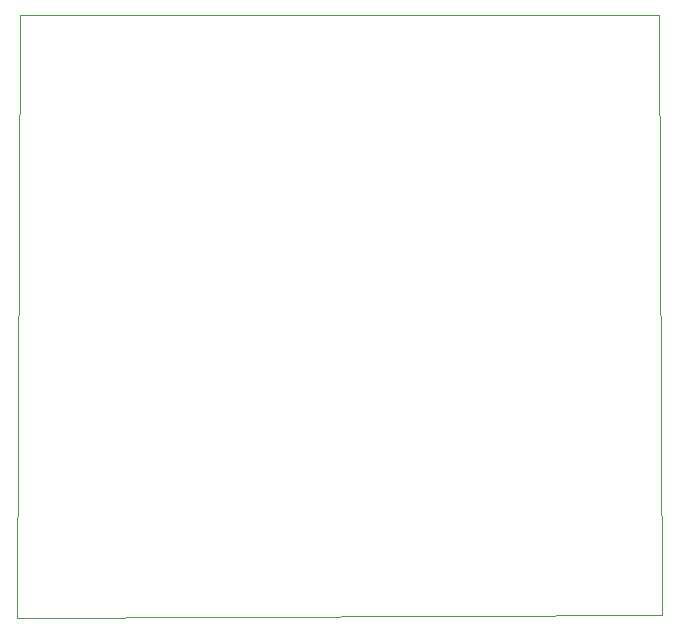
<source format=gbr>
%TF.GenerationSoftware,KiCad,Pcbnew,7.0.11+dfsg-1build4*%
%TF.CreationDate,2025-11-16T21:21:00-05:00*%
%TF.ProjectId,Distortion-01-BMP,44697374-6f72-4746-996f-6e2d30312d42,rev?*%
%TF.SameCoordinates,Original*%
%TF.FileFunction,Profile,NP*%
%FSLAX46Y46*%
G04 Gerber Fmt 4.6, Leading zero omitted, Abs format (unit mm)*
G04 Created by KiCad (PCBNEW 7.0.11+dfsg-1build4) date 2025-11-16 21:21:00*
%MOMM*%
%LPD*%
G01*
G04 APERTURE LIST*
%TA.AperFunction,Profile*%
%ADD10C,0.100000*%
%TD*%
G04 APERTURE END LIST*
D10*
X99822000Y-101092000D02*
X100076000Y-50038000D01*
X154178000Y-50038000D02*
X154432000Y-100838000D01*
X100076000Y-50038000D02*
X154178000Y-50038000D01*
X154432000Y-100838000D02*
X99822000Y-101092000D01*
M02*

</source>
